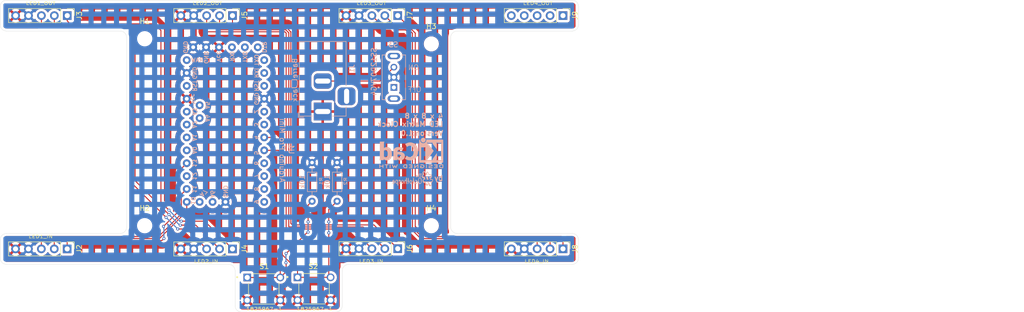
<source format=kicad_pcb>
(kicad_pcb (version 20241229) (generator "pcbnew") (generator_version "9.0")
  (title_block (title "The Octothorpe") (date "2025-11-01") (rev "${design_version}") (company "4x8x8 LED Matrix Dsiplay"))
  (layers (0 "F.Cu" signal) (2 "B.Cu" signal) (13 "F.Paste" user) (15 "B.Paste" user) (5 "F.SilkS" user "F.Silkscreen") (7 "B.SilkS" user "B.Silkscreen") (1 "F.Mask" user) (3 "B.Mask" user) (25 "Edge.Cuts" user))
  (property "design_version" "1.0")
  (net 0 "")
  (net 1 "Net-(J1-Pad2)")
  (net 2 "/Vcc")
  (net 3 "/CS0")
  (net 4 "GND")
  (net 5 "/DIN0")
  (net 6 "/CLK0")
  (net 7 "/CLK1")
  (net 8 "/DIN1")
  (net 9 "/CS1")
  (net 10 "/DIN2")
  (net 11 "/CS2")
  (net 12 "/CLK2")
  (net 13 "/DIN3")
  (net 14 "/CLK3")
  (net 15 "/CS3")
  (net 21 "/TIMER_RESET")
  (net 22 "/MODE_SELECT")
  (footprint "Connector_PinHeader_2.54mm:PinHeader_1x05_P2.54mm_Vertical" (layer "F.Cu") (at 139.295591 78.349974 -90)
    (property "Reference" "J7" (at 0 -2.38 90) (layer "F.SilkS"))
    (property "Value" "LED3_OUT" (at -2.403974 5.183591 0) (layer "F.SilkS") (effects (font (size 0.6 0.8) (thickness 0.1) (bold yes))))
    (pad "1" thru_hole rect (at 0 0 270) (size 1.7 1.7) (drill 1) (layers "*.Cu" "*.Mask") (net 15 "/CS3"))
    (pad "2" thru_hole circle (at 0 2.54 270) (size 1.7 1.7) (drill 1) (layers "*.Cu" "*.Mask") (net 13 "/DIN3"))
    (pad "3" thru_hole circle (at 0 5.08 270) (size 1.7 1.7) (drill 1) (layers "*.Cu" "*.Mask") (net 14 "/CLK3"))
    (pad "4" thru_hole circle (at 0 7.62 270) (size 1.7 1.7) (drill 1) (layers "*.Cu" "*.Mask") (net 4 "GND"))
    (pad "5" thru_hole circle (at 0 10.16 270) (size 1.7 1.7) (drill 1) (layers "*.Cu" "*.Mask") (net 2 "/Vcc"))
  )
  (footprint "Connector_PinHeader_2.54mm:PinHeader_1x05_P2.54mm_Vertical" (layer "F.Cu") (at 171.806332 124.308332 -90)
    (property "Reference" "J8" (at 0 -2.38 90) (layer "F.SilkS"))
    (property "Value" "LED4_IN" (at 2.437668 5.182332 0) (layer "F.SilkS") (effects (font (size 0.6 0.8) (thickness 0.1) (bold yes))))
    (pad "1" thru_hole rect (at 0 0 270) (size 1.7 1.7) (drill 1) (layers "*.Cu" "*.Mask") (net 15 "/CS3"))
    (pad "2" thru_hole circle (at 0 2.54 270) (size 1.7 1.7) (drill 1) (layers "*.Cu" "*.Mask") (net 13 "/DIN3"))
    (pad "3" thru_hole circle (at 0 5.08 270) (size 1.7 1.7) (drill 1) (layers "*.Cu" "*.Mask") (net 14 "/CLK3"))
    (pad "4" thru_hole circle (at 0 7.62 270) (size 1.7 1.7) (drill 1) (layers "*.Cu" "*.Mask") (net 4 "GND"))
    (pad "5" thru_hole circle (at 0 10.16 270) (size 1.7 1.7) (drill 1) (layers "*.Cu" "*.Mask") (net 2 "/Vcc"))
  )
  (footprint "MountingHole:MountingHole_2.5mm" (layer "F.Cu") (at 89.520996 82.910384)
    (property "Reference" "H1" (at 0 -3.45 0) (layer "F.SilkS"))
    (property "Value" "MountingHole")
    (pad "" np_thru_hole circle (at 0 0) (size 2.5 2.5) (drill 2.5) (layers "*.Cu" "*.Mask"))
  )
  (footprint "Connector_PinHeader_2.54mm:PinHeader_1x05_P2.54mm_Vertical" (layer "F.Cu") (at 74.267997 124.320941 -90)
    (property "Reference" "J2" (at 0 -2.38 90) (layer "F.SilkS"))
    (property "Value" "LED1_IN" (at -2.412073 5.213055 0) (layer "F.SilkS") (effects (font (size 0.6 0.8) (thickness 0.1) (bold yes))))
    (pad "1" thru_hole rect (at 0 0 270) (size 1.7 1.7) (drill 1) (layers "*.Cu" "*.Mask") (net 3 "/CS0"))
    (pad "2" thru_hole circle (at 0 2.54 270) (size 1.7 1.7) (drill 1) (layers "*.Cu" "*.Mask") (net 5 "/DIN0"))
    (pad "3" thru_hole circle (at 0 5.08 270) (size 1.7 1.7) (drill 1) (layers "*.Cu" "*.Mask") (net 6 "/CLK0"))
    (pad "4" thru_hole circle (at 0 7.62 270) (size 1.7 1.7) (drill 1) (layers "*.Cu" "*.Mask") (net 4 "GND"))
    (pad "5" thru_hole circle (at 0 10.16 270) (size 1.7 1.7) (drill 1) (layers "*.Cu" "*.Mask") (net 2 "/Vcc"))
  )
  (footprint "Footprints:SW_1825967-1" (layer "F.Cu") (at 112.940876 132.201253)
    (property "Reference" "S1" (at 0.089124 -4.439253 0) (layer "F.SilkS"))
    (property "Value" "1825967-1" (at 0.089124 3.942747 0) (layer "F.SilkS") (effects (font (size 0.6 0.8) (thickness 0.1))))
    (pad "1" thru_hole rect (at -3.25 -2.25) (size 1.508 1.508) (drill 1) (layers "*.Cu" "*.Mask") (net 21 "/TIMER_RESET"))
    (pad "2" thru_hole circle (at 3.25 -2.25) (size 1.508 1.508) (drill 1) (layers "*.Cu" "*.Mask") (net 21 "/TIMER_RESET"))
    (pad "3" thru_hole circle (at -3.25 2.25) (size 1.508 1.508) (drill 1) (layers "*.Cu" "*.Mask") (net 2 "/Vcc"))
    (pad "4" thru_hole circle (at 3.25 2.25) (size 1.508 1.508) (drill 1) (layers "*.Cu" "*.Mask") (net 2 "/Vcc"))
  )
  (footprint "Connector_PinHeader_2.54mm:PinHeader_1x05_P2.54mm_Vertical" (layer "F.Cu") (at 106.785552 124.323973 -90)
    (property "Reference" "J4" (at 0 -2.38 90) (layer "F.SilkS"))
    (property "Value" "LED2_IN" (at 2.422027 5.185552 0) (layer "F.SilkS") (effects (font (size 0.6 0.8) (thickness 0.1) (bold yes))))
    (pad "1" thru_hole rect (at 0 0 270) (size 1.7 1.7) (drill 1) (layers "*.Cu" "*.Mask") (net 9 "/CS1"))
    (pad "2" thru_hole circle (at 0 2.54 270) (size 1.7 1.7) (drill 1) (layers "*.Cu" "*.Mask") (net 8 "/DIN1"))
    (pad "3" thru_hole circle (at 0 5.08 270) (size 1.7 1.7) (drill 1) (layers "*.Cu" "*.Mask") (net 7 "/CLK1"))
    (pad "4" thru_hole circle (at 0 7.62 270) (size 1.7 1.7) (drill 1) (layers "*.Cu" "*.Mask") (net 4 "GND"))
    (pad "5" thru_hole circle (at 0 10.16 270) (size 1.7 1.7) (drill 1) (layers "*.Cu" "*.Mask") (net 2 "/Vcc"))
  )
  (footprint "MountingHole:MountingHole_2.5mm" (layer "F.Cu") (at 145.908341 83.927697)
    (property "Reference" "H3" (at 0 -3.45 0) (layer "F.SilkS"))
    (property "Value" "MountingHole")
    (pad "" np_thru_hole circle (at 0 0) (size 2.5 2.5) (drill 2.5) (layers "*.Cu" "*.Mask"))
  )
  (footprint "Connector_PinHeader_2.54mm:PinHeader_1x05_P2.54mm_Vertical" (layer "F.Cu") (at 106.785552 78.349974 -90)
    (property "Reference" "J5" (at 0 -2.38 90) (layer "F.SilkS"))
    (property "Value" "LED2_OUT" (at -2.403974 4.931552 0) (layer "F.SilkS") (effects (font (size 0.6 0.8) (thickness 0.1) (bold yes))))
    (pad "1" thru_hole rect (at 0 0 270) (size 1.7 1.7) (drill 1) (layers "*.Cu" "*.Mask") (net 11 "/CS2"))
    (pad "2" thru_hole circle (at 0 2.54 270) (size 1.7 1.7) (drill 1) (layers "*.Cu" "*.Mask") (net 10 "/DIN2"))
    (pad "3" thru_hole circle (at 0 5.08 270) (size 1.7 1.7) (drill 1) (layers "*.Cu" "*.Mask") (net 12 "/CLK2"))
    (pad "4" thru_hole circle (at 0 7.62 270) (size 1.7 1.7) (drill 1) (layers "*.Cu" "*.Mask") (net 4 "GND"))
    (pad "5" thru_hole circle (at 0 10.16 270) (size 1.7 1.7) (drill 1) (layers "*.Cu" "*.Mask") (net 2 "/Vcc"))
  )
  (footprint "Footprints:SW_1825967-1" (layer "F.Cu") (at 122.834363 132.17245)
    (property "Reference" "S2" (at -0.152363 -4.41045 0) (layer "F.SilkS"))
    (property "Value" "1825967-1" (at 0.101637 3.97155 0) (layer "F.SilkS") (effects (font (size 0.6 0.8) (thickness 0.1) (bold yes))))
    (pad "1" thru_hole rect (at -3.25 -2.25) (size 1.508 1.508) (drill 1) (layers "*.Cu" "*.Mask") (net 22 "/MODE_SELECT"))
    (pad "2" thru_hole circle (at 3.25 -2.25) (size 1.508 1.508) (drill 1) (layers "*.Cu" "*.Mask") (net 22 "/MODE_SELECT"))
    (pad "3" thru_hole circle (at -3.25 2.25) (size 1.508 1.508) (drill 1) (layers "*.Cu" "*.Mask") (net 2 "/Vcc"))
    (pad "4" thru_hole circle (at 3.25 2.25) (size 1.508 1.508) (drill 1) (layers "*.Cu" "*.Mask") (net 2 "/Vcc"))
  )
  (footprint "Connector_PinHeader_2.54mm:PinHeader_1x05_P2.54mm_Vertical" (layer "F.Cu") (at 171.806332 78.349974 -90)
    (property "Reference" "J9" (at 0 -2.38 90) (layer "F.SilkS"))
    (property "Value" "LED4_OUT" (at -2.403974 4.928332 0) (layer "F.SilkS") (effects (font (size 0.6 0.8) (thickness 0.1) (bold yes))))
    (pad "1" thru_hole rect (at 0 0 270) (size 1.7 1.7) (drill 1) (layers "*.Cu" "*.Mask"))
    (pad "2" thru_hole circle (at 0 2.54 270) (size 1.7 1.7) (drill 1) (layers "*.Cu" "*.Mask"))
    (pad "3" thru_hole circle (at 0 5.08 270) (size 1.7 1.7) (drill 1) (layers "*.Cu" "*.Mask"))
    (pad "4" thru_hole circle (at 0 7.62 270) (size 1.7 1.7) (drill 1) (layers "*.Cu" "*.Mask"))
    (pad "5" thru_hole circle (at 0 10.16 270) (size 1.7 1.7) (drill 1) (layers "*.Cu" "*.Mask"))
  )
  (footprint "MountingHole:MountingHole_2.5mm" (layer "F.Cu") (at 89.513598 119.744468)
    (property "Reference" "H2" (at 0 -3.45 0) (layer "F.SilkS"))
    (property "Value" "MountingHole")
    (pad "" np_thru_hole circle (at 0 0) (size 2.5 2.5) (drill 2.5) (layers "*.Cu" "*.Mask"))
  )
  (footprint "Connector_PinHeader_2.54mm:PinHeader_1x05_P2.54mm_Vertical" (layer "F.Cu") (at 74.281544 78.349974 -90)
    (property "Reference" "J3" (at 0 -2.38 90) (layer "F.SilkS"))
    (property "Value" "LED1_OUT" (at -2.405695 5.208791 0) (layer "F.SilkS") (effects (font (size 0.6 0.8) (thickness 0.1) (bold yes))))
    (pad "1" thru_hole rect (at 0 0 270) (size 1.7 1.7) (drill 1) (layers "*.Cu" "*.Mask") (net 9 "/CS1"))
    (pad "2" thru_hole circle (at 0 2.54 270) (size 1.7 1.7) (drill 1) (layers "*.Cu" "*.Mask") (net 8 "/DIN1"))
    (pad "3" thru_hole circle (at 0 5.08 270) (size 1.7 1.7) (drill 1) (layers "*.Cu" "*.Mask") (net 7 "/CLK1"))
    (pad "4" thru_hole circle (at 0 7.62 270) (size 1.7 1.7) (drill 1) (layers "*.Cu" "*.Mask") (net 4 "GND"))
    (pad "5" thru_hole circle (at 0 10.16 270) (size 1.7 1.7) (drill 1) (layers "*.Cu" "*.Mask") (net 2 "/Vcc"))
  )
  (footprint "Connector_PinHeader_2.54mm:PinHeader_1x05_P2.54mm_Vertical" (layer "F.Cu") (at 139.295591 124.280827 -90)
    (property "Reference" "J6" (at 0 -2.38 90) (layer "F.SilkS"))
    (property "Value" "LED3_IN" (at 2.439649 5.209034 0) (layer "F.SilkS") (effects (font (size 0.6 0.8) (thickness 0.1) (bold yes))))
    (pad "1" thru_hole rect (at 0 0 270) (size 1.7 1.7) (drill 1) (layers "*.Cu" "*.Mask") (net 11 "/CS2"))
    (pad "2" thru_hole circle (at 0 2.54 270) (size 1.7 1.7) (drill 1) (layers "*.Cu" "*.Mask") (net 10 "/DIN2"))
    (pad "3" thru_hole circle (at 0 5.08 270) (size 1.7 1.7) (drill 1) (layers "*.Cu" "*.Mask") (net 12 "/CLK2"))
    (pad "4" thru_hole circle (at 0 7.62 270) (size 1.7 1.7) (drill 1) (layers "*.Cu" "*.Mask") (net 4 "GND"))
    (pad "5" thru_hole circle (at 0 10.16 270) (size 1.7 1.7) (drill 1) (layers "*.Cu" "*.Mask") (net 2 "/Vcc"))
  )
  (footprint "MountingHole:MountingHole_2.5mm" (layer "F.Cu") (at 145.908341 119.744468)
    (property "Reference" "H4" (at 0 -3.45 0) (layer "F.SilkS"))
    (property "Value" "MountingHole")
    (pad "" np_thru_hole circle (at 0 0) (size 2.5 2.5) (drill 2.5) (layers "*.Cu" "*.Mask"))
  )
  (footprint "Footprints:SW_SS12D07VG4" (layer "B.Cu") (at 138.538256 90.509188 90)
    (property "Reference" "S3" (at 6.435188 -0.108256 0) (layer "B.SilkS") (effects (justify mirror)))
    (property "Value" "SS12D07VG4" (at 1.101188 -3.918256 90) (layer "B.SilkS") (effects (justify mirror)))
    (pad "1" thru_hole rect (at -2 0 90) (size 1.308 1.308) (drill 0.8) (layers "*.Cu" "*.Mask"))
    (pad "2" thru_hole circle (at 0 0 90) (size 1.308 1.308) (drill 0.8) (layers "*.Cu" "*.Mask") (net 4 "GND"))
    (pad "3" thru_hole circle (at 2 0 90) (size 1.308 1.308) (drill 0.8) (layers "*.Cu" "*.Mask") (net 1 "Net-(J1-Pad2)"))
    (pad "S1" thru_hole oval (at -4.2 0 90) (size 1.23 2.46) (drill oval 0.7 1.5) (layers "*.Cu" "*.Mask"))
    (pad "S2" thru_hole oval (at 4.2 0 90) (size 1.23 2.46) (drill oval 0.7 1.5) (layers "*.Cu" "*.Mask"))
  )
  (footprint "power_supply_breadboard:my_logo" (layer "B.Cu") (at 142.24 110.49 180)
    (property "Reference" "G***" (hide yes))
    (property "Value" "LOGO" (hide yes))
  )
  (footprint "Resistor_THT:R_Axial_DIN0204_L3.6mm_D1.6mm_P7.62mm_Horizontal" (layer "B.Cu") (at 127.371974 114.925974 90)
    (property "Reference" "R2" (at 3.927975 1.648381 90) (layer "B.SilkS") (effects (font (size 0.6 0.8) (thickness 0.1) (bold yes)) (justify mirror)))
    (property "Value" "10k" (at 3.81 -1.92 90) (layer "B.SilkS") (effects (justify mirror)))
    (pad "1" thru_hole circle (at 0 0 90) (size 1.4 1.4) (drill 0.7) (layers "*.Cu" "*.Mask") (net 22 "/MODE_SELECT"))
    (pad "2" thru_hole circle (at 7.62 0 90) (size 1.4 1.4) (drill 0.7) (layers "*.Cu" "*.Mask") (net 4 "GND"))
  )
  (footprint "Footprints:ArduinoProMiniCustom" (layer "B.Cu") (at 115.57 120.142 90)
    (property "Reference" "U1" (at 15.494 2.794 270) (layer "B.SilkS") (effects (justify mirror)))
    (property "Value" "ArduinoProMiniSimple")
    (fp_text user "A1" (at 17.78 -16.256 270) (layer "B.SilkS") (effects (font (size 0.8 0.8)) (justify mirror)))
    (fp_text user "2" (at 22.86 -4.064 270) (layer "B.SilkS") (effects (font (size 0.8 0.8)) (justify mirror)))
    (fp_text user "Arduino Pro Mini" (at 15.24 1.016 270) (layer "B.SilkS") (effects (justify mirror)))
    (fp_text user "4" (at 17.78 -4.064 270) (layer "B.SilkS") (effects (font (size 0.8 0.8)) (justify mirror)))
    (fp_text user "TXO" (at 33.642286 -6.35 270) (layer "B.SilkS") (effects (font (size 0.8 0.8)) (justify mirror)))
    (fp_text user "RXI" (at 33.775619 -8.89 270) (layer "B.SilkS") (effects (font (size 0.8 0.8)) (justify mirror)))
    (fp_text user "13" (at 12.7 -16.256 270) (layer "B.SilkS") (effects (font (size 0.8 0.8)) (justify mirror)))
    (fp_text user "A2" (at 20.32 -16.256 270) (layer "B.SilkS") (effects (font (size 0.8 0.8)) (justify mirror)))
    (fp_text user "A0" (at 15.24 -16.256 270) (layer "B.SilkS") (effects (font (size 0.8 0.8)) (justify mirror)))
    (fp_text user "10" (at 5.334 -16.51 270) (layer "B.SilkS") (effects (font (size 0.8 0.8)) (justify mirror)))
    (fp_text user "GND" (at 30.48 -16.256 270) (layer "B.SilkS") (effects (font (size 0.8 0.8)) (justify mirror)))
    (fp_text user "A4" (at 21.59 -13.716 270) (layer "B.SilkS") (effects (font (size 0.8 0.8)) (justify mirror)))
    (fp_text user "DTR" (at 35.56 -2.54 270) (layer "B.SilkS") (effects (font (size 0.8 0.8)) (justify mirror)))
    (fp_text user "A6" (at 6.636589 -12.7 270) (layer "B.SilkS") (effects (font (size 0.8 0.8)) (justify mirror)))
    (fp_text user "7" (at 10.16 -4.064 270) (layer "B.SilkS") (effects (font (size 0.8 0.8)) (justify mirror)))
    (fp_text user "6" (at 12.7 -4.064 270) (layer "B.SilkS") (effects (font (size 0.8 0.8)) (justify mirror)))
    (fp_text user "GND" (at 33.528 -13.97 270) (layer "B.SilkS") (effects (font (size 0.8 0.8)) (justify mirror)))
    (fp_text user "Vcc" (at 25.4 -16.51 270) (layer "B.SilkS") (effects (font (size 0.8 0.8)) (justify mirror)))
    (fp_text user "3" (at 20.32 -4.064 270) (layer "B.SilkS") (effects (font (size 0.8 0.8)) (justify mirror)))
    (fp_text user "11" (at 7.62 -16.256 270) (layer "B.SilkS") (effects (font (size 0.8 0.8)) (justify mirror)))
    (fp_text user "RST" (at 27.94 -16.256 270) (layer "B.SilkS") (effects (font (size 0.8 0.8)) (justify mirror)))
    (fp_text user "GND" (at 25.4 -4.064 270) (layer "B.SilkS") (effects (font (size 0.8 0.8)) (justify mirror)))
    (fp_text user "GND" (at 35.56 -18.034 270) (layer "B.SilkS") (effects (font (size 0.8 0.8)) (justify mirror)))
    (fp_text user "TXO" (at 33.02 -4.064 270) (layer "B.SilkS") (effects (font (size 0.8 0.8)) (justify mirror)))
    (fp_text user "12" (at 10.16 -16.256 270) (layer "B.SilkS") (effects (font (size 0.8 0.8)) (justify mirror)))
    (fp_text user "GND" (at 7.131827 -10.16 270) (layer "B.SilkS") (effects (font (size 0.8 0.8)) (justify mirror)))
    (fp_text user "A5" (at 24.13 -13.716 270) (layer "B.SilkS") (effects (font (size 0.8 0.8)) (justify mirror)))
    (fp_text user "A7" (at 6.858 -14.478 225) (layer "B.SilkS") (effects (font (size 0.8 0.8)) (justify mirror)))
    (fp_text user "9" (at 5.08 -4.064 270) (layer "B.SilkS") (effects (font (size 0.8 0.8)) (justify mirror)))
    (fp_text user "RST" (at 27.94 -4.064 270) (layer "B.SilkS") (effects (font (size 0.8 0.8)) (justify mirror)))
    (fp_text user "Vcc" (at 33.718476 -11.43 270) (layer "B.SilkS") (effects (font (size 0.8 0.8)) (justify mirror)))
    (fp_text user "A3" (at 22.86 -16.256 270) (layer "B.SilkS") (effects (font (size 0.8 0.8)) (justify mirror)))
    (fp_text user "5" (at 14.732 -4.064 270) (layer "B.SilkS") (effects (font (size 0.8 0.8)) (justify mirror)))
    (fp_text user "RXI" (at 30.48 -4.064 270) (layer "B.SilkS") (effects (font (size 0.8 0.8)) (justify mirror)))
    (fp_text user "8" (at 7.62 -4.064 270) (layer "B.SilkS") (effects (font (size 0.8 0.8)) (justify mirror)))
    (fp_text user "RAW" (at 33.02 -15.748 0) (layer "B.SilkS") (effects (font (size 0.8 0.8)) (justify mirror)))
    (pad "0" thru_hole circle (at 33.02 -2.54 90) (size 1.524 1.524) (drill 0.762) (layers "*.Cu" "*.Mask"))
    (pad "1" thru_hole circle (at 30.48 -2.54 90) (size 1.524 1.524) (drill 0.762) (layers "*.Cu" "*.Mask"))
    (pad "2" thru_hole circle (at 27.94 -2.54 90) (size 1.524 1.524) (drill 0.762) (layers "*.Cu" "*.Mask"))
    (pad "3" thru_hole circle (at 25.4 -2.54 90) (size 1.524 1.524) (drill 0.762) (layers "*.Cu" "*.Mask") (net 4 "GND"))
    (pad "4" thru_hole circle (at 22.86 -2.54 90) (size 1.524 1.524) (drill 0.762) (layers "*.Cu" "*.Mask"))
    (pad "5" thru_hole circle (at 20.32 -2.54 90) (size 1.524 1.524) (drill 0.762) (layers "*.Cu" "*.Mask"))
    (pad "6" thru_hole circle (at 17.78 -2.54 90) (size 1.524 1.524) (drill 0.762) (layers "*.Cu" "*.Mask") (net 22 "/MODE_SELECT"))
    (pad "7" thru_hole circle (at 15.24 -2.54 90) (size 1.524 1.524) (drill 0.762) (layers "*.Cu" "*.Mask") (net 21 "/TIMER_RESET"))
    (pad "8" thru_hole circle (at 12.7 -2.54 90) (size 1.524 1.524) (drill 0.762) (layers "*.Cu" "*.Mask"))
    (pad "9" thru_hole circle (at 10.16 -2.54 90) (size 1.524 1.524) (drill 0.762) (layers "*.Cu" "*.Mask"))
    (pad "10" thru_hole circle (at 7.62 -2.54 90) (size 1.524 1.524) (drill 0.762) (layers "*.Cu" "*.Mask"))
    (pad "11" thru_hole circle (at 5.08 -2.54 90) (size 1.524 1.524) (drill 0.762) (layers "*.Cu" "*.Mask"))
    (pad "12" thru_hole circle (at 5.08 -10.16 90) (size 1.524 1.524) (drill 0.762) (layers "*.Cu" "*.Mask") (net 4 "GND"))
    (pad "13" thru_hole circle (at 5.08 -12.7 90) (size 1.524 1.524) (drill 0.762) (layers "*.Cu" "*.Mask"))
    (pad "14" thru_hole circle (at 5.08 -15.24 90) (size 1.524 1.524) (drill 0.762) (layers "*.Cu" "*.Mask"))
    (pad "15" thru_hole circle (at 5.08 -17.78 90) (size 1.524 1.524) (drill 0.762) (layers "*.Cu" "*.Mask") (net 5 "/DIN0"))
    (pad "16" thru_hole circle (at 7.62 -17.78 90) (size 1.524 1.524) (drill 0.762) (layers "*.Cu" "*.Mask") (net 6 "/CLK0"))
    (pad "17" thru_hole circle (at 10.16 -17.78 90) (size 1.524 1.524) (drill 0.762) (layers "*.Cu" "*.Mask"))
    (pad "18" thru_hole circle (at 12.7 -17.78 90) (size 1.524 1.524) (drill 0.762) (layers "*.Cu" "*.Mask") (net 3 "/CS0"))
    (pad "19" thru_hole circle (at 15.24 -17.78 90) (size 1.524 1.524) (drill 0.762) (layers "*.Cu" "*.Mask"))
    (pad "20" thru_hole circle (at 17.78 -17.78 90) (size 1.524 1.524) (drill 0.762) (layers "*.Cu" "*.Mask"))
    (pad "21" thru_hole circle (at 20.32 -17.78 90) (size 1.524 1.524) (drill 0.762) (layers "*.Cu" "*.Mask"))
    (pad "22" thru_hole circle (at 22.86 -17.78 90) (size 1.524 1.524) (drill 0.762) (layers "*.Cu" "*.Mask"))
    (pad "23" thru_hole circle (at 25.4 -17.78 90) (size 1.524 1.524) (drill 0.762) (layers "*.Cu" "*.Mask") (net 2 "/Vcc"))
    (pad "24" thru_hole circle (at 27.94 -17.78 90) (size 1.524 1.524) (drill 0.762) (layers "*.Cu" "*.Mask"))
    (pad "25" thru_hole circle (at 30.48 -17.78 90) (size 1.524 1.524) (drill 0.762) (layers "*.Cu" "*.Mask") (net 4 "GND"))
    (pad "26" thru_hole circle (at 33.02 -17.78 90) (size 1.524 1.524) (drill 0.762) (layers "*.Cu" "*.Mask"))
    (pad "27" thru_hole circle (at 35.56 -16.51 90) (size 1.524 1.524) (drill 0.762) (layers "*.Cu" "*.Mask") (net 4 "GND"))
    (pad "28" thru_hole circle (at 35.56 -13.97 90) (size 1.524 1.524) (drill 0.762) (layers "*.Cu" "*.Mask") (net 4 "GND"))
    (pad "29" thru_hole circle (at 35.56 -11.43 90) (size 1.524 1.524) (drill 0.762) (layers "*.Cu" "*.Mask") (net 2 "/Vcc"))
    (pad "30" thru_hole circle (at 35.56 -8.89 90) (size 1.524 1.524) (drill 0.762) (layers "*.Cu" "*.Mask"))
    (pad "31" thru_hole circle (at 35.56 -6.35 90) (size 1.524 1.524) (drill 0.762) (layers "*.Cu" "*.Mask"))
    (pad "32" thru_hole circle (at 35.56 -3.81 90) (size 1.524 1.524) (drill 0.762) (layers "*.Cu" "*.Mask"))
    (pad "33" thru_hole circle (at 21.59 -15.24 90) (size 1.524 1.524) (drill 0.762) (layers "*.Cu" "*.Mask"))
    (pad "34" thru_hole circle (at 24.13 -15.24 90) (size 1.524 1.524) (drill 0.762) (layers "*.Cu" "*.Mask"))
  )
  (footprint "Connector_BarrelJack:BarrelJack_Horizontal" (layer "B.Cu") (at 124.539318 97.251556 -90)
    (property "Reference" "J1" (at -8.45 -5.75 90) (layer "B.SilkS") (effects (justify mirror)))
    (property "Value" "Barrel_Jack" (at -6.2 5.5 90) (layer "B.SilkS") (effects (justify mirror)))
    (pad "1" thru_hole rect (at 0 0 270) (size 3.5 3.5) (drill oval 1 3) (layers "*.Cu" "*.Mask") (net 2 "/Vcc"))
    (pad "2" thru_hole roundrect (at -6 0 270) (size 3 3.5) (drill oval 1 3) (layers "*.Cu" "*.Mask") (net 1 "Net-(J1-Pad2)"))
    (pad "3" thru_hole roundrect (at -3 -4.7 270) (size 3.5 3.5) (drill oval 3 1) (layers "*.Cu" "*.Mask"))
  )
  (footprint "Symbol:KiCad-Logo2_5mm_SilkScreen" (layer "B.Cu") (at 141.967166 105.396618 180)
    (property "Reference" "REF**" (hide yes))
    (property "Value" "KiCad-Logo2_5mm_SilkScreen" (hide yes))
  )
  (footprint "Resistor_THT:R_Axial_DIN0204_L3.6mm_D1.6mm_P7.62mm_Horizontal" (layer "B.Cu") (at 122.443974 114.925974 90)
    (property "Reference" "R1" (at 3.931741 1.758259 90) (layer "B.SilkS") (effects (font (size 0.6 0.8) (thickness 0.1) (bold yes)) (justify mirror)))
    (property "Value" "10k" (at 3.81 -1.92 90) (layer "B.SilkS") (effects (justify mirror)))
    (pad "1" thru_hole circle (at 0 0 90) (size 1.4 1.4) (drill 0.7) (layers "*.Cu" "*.Mask") (net 21 "/TIMER_RESET"))
    (pad "2" thru_hole circle (at 7.62 0 90) (size 1.4 1.4) (drill 0.7) (layers "*.Cu" "*.Mask") (net 4 "GND"))
  )
  (gr_arc (start 108.575974 136.769974) (mid 107.677948 136.398) (end 107.305974 135.499974) (stroke (width 0.05)) (layer "Edge.Cuts"))
  (gr_arc (start 149.723974 82.667974) (mid 150.095948 81.769948) (end 150.993974 81.397974) (stroke (width 0.05)) (layer "Edge.Cuts"))
  (gr_arc (start 173.599974 121.275974) (mid 174.498 121.647948) (end 174.869974 122.545974) (stroke (width 0.05)) (layer "Edge.Cuts"))
  (gr_arc (start 61.077974 122.545974) (mid 61.449948 121.647948) (end 62.347974 121.275974) (stroke (width 0.05)) (layer "Edge.Cuts"))
  (gr_line (start 62.347974 81.397974) (end 84.699974 81.397974) (stroke (width 0.05)) (layer "Edge.Cuts"))
  (gr_line (start 62.347974 127.371974) (end 106.035974 127.371974) (stroke (width 0.05)) (layer "Edge.Cuts"))
  (gr_arc (start 128.387974 135.499974) (mid 128.016 136.398) (end 127.117974 136.769974) (stroke (width 0.05)) (layer "Edge.Cuts"))
  (gr_line (start 107.305974 128.641974) (end 107.305974 135.499974) (stroke (width 0.05)) (layer "Edge.Cuts"))
  (gr_line (start 61.077974 122.545974) (end 61.077974 126.101974) (stroke (width 0.05)) (layer "Edge.Cuts"))
  (gr_line (start 128.387974 135.499974) (end 128.387974 128.641974) (stroke (width 0.05)) (layer "Edge.Cuts"))
  (gr_line (start 61.077974 76.571974) (end 61.077974 80.127974) (stroke (width 0.05)) (layer "Edge.Cuts"))
  (gr_arc (start 128.387974 128.641974) (mid 128.759948 127.743948) (end 129.657974 127.371974) (stroke (width 0.05)) (layer "Edge.Cuts"))
  (gr_arc (start 84.699974 81.397974) (mid 85.598 81.769948) (end 85.969974 82.667974) (stroke (width 0.05)) (layer "Edge.Cuts"))
  (gr_arc (start 62.347974 81.397974) (mid 61.449948 81.026) (end 61.077974 80.127974) (stroke (width 0.05)) (layer "Edge.Cuts"))
  (gr_line (start 129.657974 127.371974) (end 173.599974 127.371974) (stroke (width 0.05)) (layer "Edge.Cuts"))
  (gr_arc (start 62.347974 127.371974) (mid 61.449948 127) (end 61.077974 126.101974) (stroke (width 0.05)) (layer "Edge.Cuts"))
  (gr_arc (start 173.599974 75.301974) (mid 174.498 75.673948) (end 174.869974 76.571974) (stroke (width 0.05)) (layer "Edge.Cuts"))
  (gr_line (start 174.869974 126.101974) (end 174.869974 122.545974) (stroke (width 0.05)) (layer "Edge.Cuts"))
  (gr_line (start 173.599974 75.301974) (end 62.347974 75.301974) (stroke (width 0.05)) (layer "Edge.Cuts"))
  (gr_arc (start 174.869974 126.101974) (mid 174.498 127) (end 173.599974 127.371974) (stroke (width 0.05)) (layer "Edge.Cuts"))
  (gr_line (start 108.575974 136.769974) (end 127.117974 136.769974) (stroke (width 0.05)) (layer "Edge.Cuts"))
  (gr_line (start 85.969974 82.667974) (end 85.969974 120.005974) (stroke (width 0.05)) (layer "Edge.Cuts"))
  (gr_line (start 174.869974 80.127974) (end 174.869974 76.571974) (stroke (width 0.05)) (layer "Edge.Cuts"))
  (gr_line (start 150.993974 81.397974) (end 173.599974 81.397974) (stroke (width 0.05)) (layer "Edge.Cuts"))
  (gr_arc (start 106.035974 127.371974) (mid 106.934 127.743948) (end 107.305974 128.641974) (stroke (width 0.05)) (layer "Edge.Cuts"))
  (gr_line (start 149.723974 120.005974) (end 149.723974 82.667974) (stroke (width 0.05)) (layer "Edge.Cuts"))
  (gr_arc (start 61.077974 76.571974) (mid 61.449948 75.673948) (end 62.347974 75.301974) (stroke (width 0.05)) (layer "Edge.Cuts"))
  (gr_line (start 173.599974 121.275974) (end 150.993974 121.275974) (stroke (width 0.05)) (layer "Edge.Cuts"))
  (gr_line (start 84.699974 121.275974) (end 62.347974 121.275974) (stroke (width 0.05)) (layer "Edge.Cuts"))
  (gr_arc (start 150.993974 121.275974) (mid 150.095948 120.904) (end 149.723974 120.005974) (stroke (width 0.05)) (layer "Edge.Cuts"))
  (gr_arc (start 174.869974 80.127974) (mid 174.498 81.026) (end 173.599974 81.397974) (stroke (width 0.05)) (layer "Edge.Cuts"))
  (gr_arc (start 85.969974 120.005974) (mid 85.598 120.904) (end 84.699974 121.275974) (stroke (width 0.05)) (layer "Edge.Cuts"))
  (gr_text "by" (at 148.319273 110.981562 0) (layer "B.SilkS") (effects (font (size 1 1) (thickness 0.2) (bold yes)) (justify left bottom mirror)))
  (gr_text "ON" (at 143.51 89.154 0) (layer "B.SilkS") (effects (font (size 1 1) (thickness 0.1)) (justify left bottom mirror)))
  (gr_text "Version:${design_version}" (at 148.336 102.108 0) (layer "B.SilkS") (effects (font (size 1 1) (thickness 0.2) (bold yes)) (justify left bottom mirror)))
  (gr_text "4 x 8 x 8 \nLED Matrix Clock" (at 148.336 100.33 0) (layer "B.SilkS") (effects (font (size 1 1) (thickness 0.2) (bold yes)) (justify left bottom mirror)))
  (gr_text "OFF" (at 144.018 93.472 0) (layer "B.SilkS") (effects (font (size 1 1) (thickness 0.1)) (justify left bottom mirror)))
  (segment (start 135.795888 91.251556) (end 138.538256 88.509188) (width 0.2) (layer "F.Cu") (net 1))
  (segment (start 124.539318 91.251556) (end 135.795888 91.251556) (width 0.2) (layer "F.Cu") (net 1))
  (segment (start 93.218 119.888) (end 96.266 116.84) (width 0.2) (layer "F.Cu") (net 3))
  (segment (start 96.266 116.84) (end 96.266 108.966) (width 0.2) (layer "F.Cu") (net 3))
  (segment (start 74.267997 122.832977) (end 74.422 122.678974) (width 0.2) (layer "F.Cu") (net 3))
  (segment (start 96.266 108.966) (end 97.79 107.442) (width 0.2) (layer "F.Cu") (net 3))
  (segment (start 74.267997 124.320941) (end 74.267997 122.832977) (width 0.2) (layer "F.Cu") (net 3))
  (segment (start 92.87876 122.678974) (end 93.300867 122.256867) (width 0.2) (layer "F.Cu") (net 3))
  (segment (start 74.422 122.678974) (end 92.87876 122.678974) (width 0.2) (layer "F.Cu") (net 3))
  (via (at 93.218 119.888) (size 0.6) (drill 0.3) (layers "F.Cu" "B.Cu") (net 3))
  (via (at 93.300867 122.256867) (size 0.6) (drill 0.3) (layers "F.Cu" "B.Cu") (net 3))
  (segment (start 93.300867 119.970867) (end 93.218 119.888) (width 0.2) (layer "B.Cu") (net 3))
  (segment (start 93.300867 122.256867) (end 93.300867 119.970867) (width 0.2) (layer "B.Cu") (net 3))
  (segment (start 71.882 122.277974) (end 92.43123 122.277974) (width 0.2) (layer "F.Cu") (net 5))
  (segment (start 71.727997 122.431977) (end 71.882 122.277974) (width 0.2) (layer "F.Cu") (net 5))
  (segment (start 97.79 116.919204) (end 97.79 115.062) (width 0.2) (layer "F.Cu") (net 5))
  (segment (start 92.43123 122.277974) (end 97.79 116.919204) (width 0.2) (layer "F.Cu") (net 5))
  (segment (start 71.727997 124.320941) (end 71.727997 122.431977) (width 0.2) (layer "F.Cu") (net 5))
  (segment (start 92.26513 121.876974) (end 96.727 117.415104) (width 0.2) (layer "F.Cu") (net 6))
  (segment (start 96.727 113.585) (end 97.79 112.522) (width 0.2) (layer "F.Cu") (net 6))
  (segment (start 69.342 121.876974) (end 92.26513 121.876974) (width 0.2) (layer "F.Cu") (net 6))
  (segment (start 69.187997 122.030977) (end 69.342 121.876974) (width 0.2) (layer "F.Cu") (net 6))
  (segment (start 69.187997 124.320941) (end 69.187997 122.030977) (width 0.2) (layer "F.Cu") (net 6))
  (segment (start 96.727 117.415104) (end 96.727 113.585) (width 0.2) (layer "F.Cu") (net 6))
  (segment (start 87.884 112.268) (end 93.726 118.11) (width 0.2) (layer "F.Cu") (net 7))
  (segment (start 69.201544 80.631544) (end 69.342 80.772) (width 0.2) (layer "F.Cu") (net 7))
  (segment (start 96.012 120.396) (end 97.777579 120.396) (width 0.2) (layer "F.Cu") (net 7))
  (segment (start 87.122 81.026) (end 87.122 111.506) (width 0.2) (layer "F.Cu") (net 7))
  (segment (start 86.36 80.772) (end 86.868 80.772) (width 0.2) (layer "F.Cu") (net 7))
  (segment (start 97.777579 120.396) (end 101.705552 124.323973) (width 0.2) (layer "F.Cu") (net 7))
  (segment (start 86.868 80.772) (end 87.122 81.026) (width 0.2) (layer "F.Cu") (net 7))
  (segment (start 69.342 80.772) (end 86.36 80.772) (width 0.2) (layer "F.Cu") (net 7))
  (segment (start 69.201544 78.349974) (end 69.201544 80.631544) (width 0.2) (layer "F.Cu") (net 7))
  (segment (start 87.122 111.506) (end 87.884 112.268) (width 0.2) (layer "F.Cu") (net 7))
  (via (at 96.012 120.396) (size 0.6) (drill 0.3) (layers "F.Cu" "B.Cu") (net 7))
  (via (at 93.726 118.11) (size 0.6) (drill 0.3) (layers "F.Cu" "B.Cu") (net 7))
  (segment (start 96.266 120.396) (end 96.012 120.396) (width 0.2) (layer "B.Cu") (net 7))
  (segment (start 93.726 118.11) (end 96.012 120.396) (width 0.2) (layer "B.Cu") (net 7))
  (segment (start 87.229 80.371) (end 87.63 80.772) (width 0.2) (layer "F.Cu") (net 8))
  (segment (start 71.741544 78.349974) (end 71.741544 80.230544) (width 0.2) (layer "F.Cu") (net 8))
  (segment (start 96.52 119.634) (end 99.555579 119.634) (width 0.2) (layer "F.Cu") (net 8))
  (segment (start 71.741544 80.230544) (end 71.882 80.371) (width 0.2) (layer "F.Cu") (net 8))
  (segment (start 87.63 80.772) (end 87.63 81.534) (width 0.2) (layer "F.Cu") (net 8))
  (segment (start 87.63 110.882626) (end 94.291687 117.544313) (width 0.2) (layer "F.Cu") (net 8))
  (segment (start 71.882 80.371) (end 87.229 80.371) (width 0.2) (layer "F.Cu") (net 8))
  (segment (start 87.63 81.534) (end 87.63 110.882626) (width 0.2) (layer "F.Cu") (net 8))
  (segment (start 99.555579 119.634) (end 104.245552 124.323973) (width 0.2) (layer "F.Cu") (net 8))
  (via (at 96.52 119.634) (size 0.6) (drill 0.3) (layers "F.Cu" "B.Cu") (net 8))
  (via (at 94.291687 117.544313) (size 0.6) (drill 0.3) (layers "F.Cu" "B.Cu") (net 8))
  (segment (start 94.291687 117.544313) (end 96.381374 119.634) (width 0.2) (layer "B.Cu") (net 8))
  (segment (start 96.381374 119.634) (end 96.52 119.634) (width 0.2) (layer "B.Cu") (net 8))
  (segment (start 74.85157 79.97) (end 75.946 79.97) (width 0.2) (layer "F.Cu") (net 9))
  (segment (start 74.281544 78.349974) (end 74.281544 79.399974) (width 0.2) (layer "F.Cu") (net 9))
  (segment (start 74.281544 79.399974) (end 74.85157 79.97) (width 0.2) (layer "F.Cu") (net 9))
  (segment (start 92.71 81.28) (end 92.71 115.114096) (width 0.2) (layer "F.Cu") (net 9))
  (segment (start 96.702614 118.85512) (end 101.316699 118.85512) (width 0.2) (layer "F.Cu") (net 9))
  (segment (start 101.316699 118.85512) (end 106.785552 124.323973) (width 0.2) (layer "F.Cu") (net 9))
  (segment (start 92.71 115.114096) (end 94.294059 116.698155) (width 0.2) (layer "F.Cu") (net 9))
  (segment (start 91.4 79.97) (end 92.71 81.28) (width 0.2) (layer "F.Cu") (net 9))
  (segment (start 75.946 79.97) (end 91.4 79.97) (width 0.2) (layer "F.Cu") (net 9))
  (via (at 96.702614 118.85512) (size 0.6) (drill 0.3) (layers "F.Cu" "B.Cu") (net 9))
  (via (at 94.294059 116.698155) (size 0.6) (drill 0.3) (layers "F.Cu" "B.Cu") (net 9))
  (segment (start 94.294059 116.698155) (end 96.451024 118.85512) (width 0.2) (layer "B.Cu") (net 9))
  (segment (start 96.451024 118.85512) (end 96.702614 118.85512) (width 0.2) (layer "B.Cu") (net 9))
  (segment (start 117.856 119.888) (end 117.963 119.995) (width 0.2) (layer "F.Cu") (net 10))
  (segment (start 104.394 81.133) (end 117.2601 81.133) (width 0.2) (layer "F.Cu") (net 10))
  (segment (start 104.245552 80.984552) (end 104.394 81.133) (width 0.2) (layer "F.Cu") (net 10))
  (segment (start 117.963 119.995) (end 132.469764 119.995) (width 0.2) (layer "F.Cu") (net 10))
  (segment (start 117.2601 81.133) (end 117.856 81.7289) (width 0.2) (layer "F.Cu") (net 10))
  (segment (start 132.469764 119.995) (end 136.755591 124.280827) (width 0.2) (layer "F.Cu") (net 10))
  (segment (start 117.856 81.7289) (end 117.856 119.888) (width 0.2) (layer "F.Cu") (net 10))
  (segment (start 104.245552 78.349974) (end 104.245552 80.984552) (width 0.2) (layer "F.Cu") (net 10))
  (segment (start 107.188 80.732) (end 117.4262 80.732) (width 0.2) (layer "F.Cu") (net 11))
  (segment (start 118.578 119.594) (end 134.608764 119.594) (width 0.2) (layer "F.Cu") (net 11))
  (segment (start 106.785552 80.329552) (end 107.188 80.732) (width 0.2) (layer "F.Cu") (net 11))
  (segment (start 117.4262 80.732) (end 118.257 81.5628) (width 0.2) (layer "F.Cu") (net 11))
  (segment (start 118.257 119.273) (end 118.578 119.594) (width 0.2) (layer "F.Cu") (net 11))
  (segment (start 134.608764 119.594) (end 139.295591 124.280827) (width 0.2) (layer "F.Cu") (net 11))
  (segment (start 106.785552 78.349974) (end 106.785552 80.329552) (width 0.2) (layer "F.Cu") (net 11))
  (segment (start 118.257 81.5628) (end 118.257 119.273) (width 0.2) (layer "F.Cu") (net 11))
  (segment (start 101.705552 81.385552) (end 101.854 81.534) (width 0.2) (layer "F.Cu") (net 12))
  (segment (start 117.602 120.396) (end 130.330764 120.396) (width 0.2) (layer "F.Cu") (net 12))
  (segment (start 130.330764 120.396) (end 134.215591 124.280827) (width 0.2) (layer "F.Cu") (net 12))
  (segment (start 101.705552 78.349974) (end 101.705552 81.385552) (width 0.2) (layer "F.Cu") (net 12))
  (segment (start 101.854 81.534) (end 117.094 81.534) (width 0.2) (layer "F.Cu") (net 12))
  (segment (start 117.094 81.534) (end 117.348 81.788) (width 0.2) (layer "F.Cu") (net 12))
  (segment (start 117.348 81.788) (end 117.348 120.142) (width 0.2) (layer "F.Cu") (net 12))
  (segment (start 117.348 120.142) (end 117.602 120.396) (width 0.2) (layer "F.Cu") (net 12))
  (segment (start 169.266332 122.784332) (end 169.266332 124.308332) (width 0.2) (layer "F.Cu") (net 13))
  (segment (start 144.375974 122.277974) (end 168.759974 122.277974) (width 0.2) (layer "F.Cu") (net 13))
  (segment (start 168.759974 122.277974) (end 169.266332 122.784332) (width 0.2) (layer "F.Cu") (net 13))
  (segment (start 142.203259 120.105259) (end 144.375974 122.277974) (width 0.2) (layer "F.Cu") (net 13))
  (segment (start 141.150517 80.772) (end 142.203259 81.824742) (width 0.2) (layer "F.Cu") (net 13))
  (segment (start 142.203259 81.824742) (end 142.203259 120.105259) (width 0.2) (layer "F.Cu") (net 13))
  (segment (start 139.177617 80.772) (end 141.150517 80.772) (width 0.2) (layer "F.Cu") (net 13))
  (segment (start 136.755591 78.349974) (end 139.177617 80.772) (width 0.2) (layer "F.Cu") (net 13))
  (segment (start 141.732 120.2011) (end 141.732 82.042) (width 0.2) (layer "F.Cu") (net 14))
  (segment (start 138.176 80.518) (end 136.383617 80.518) (width 0.2) (layer "F.Cu") (net 14))
  (segment (start 138.831 81.173) (end 138.176 80.518) (width 0.2) (layer "F.Cu") (net 14))
  (segment (start 141.732 82.042) (end 140.863 81.173) (width 0.2) (layer "F.Cu") (net 14))
  (segment (start 144.209874 122.678974) (end 141.732 120.2011) (width 0.2) (layer "F.Cu") (net 14))
  (segment (start 166.726332 124.308332) (end 166.726332 122.781306) (width 0.2) (layer "F.Cu") (net 14))
  (segment (start 140.863 81.173) (end 138.831 81.173) (width 0.2) (layer "F.Cu") (net 14))
  (segment (start 166.726332 122.781306) (end 166.624 122.678974) (width 0.2) (layer "F.Cu") (net 14))
  (segment (start 166.624 122.678974) (end 144.209874 122.678974) (width 0.2) (layer "F.Cu") (net 14))
  (segment (start 136.383617 80.518) (end 134.215591 78.349974) (width 0.2) (layer "F.Cu") (net 14))
  (segment (start 171.45 121.876974) (end 144.736974 121.876974) (width 0.2) (layer "F.Cu") (net 15))
  (segment (start 142.748 119.888) (end 142.748 81.802383) (width 0.2) (layer "F.Cu") (net 15))
  (segment (start 144.736974 121.876974) (end 142.748 119.888) (width 0.2) (layer "F.Cu") (net 15))
  (segment (start 142.748 81.802383) (end 139.295591 78.349974) (width 0.2) (layer "F.Cu") (net 15))
  (segment (start 171.806332 124.308332) (end 171.806332 122.233306) (width 0.2) (layer "F.Cu") (net 15))
  (segment (start 171.806332 122.233306) (end 171.45 121.876974) (width 0.2) (layer "F.Cu") (net 15))
  (segment (start 121.666 115.703948) (end 122.443974 114.925974) (width 0.2) (layer "F.Cu") (net 21))
  (segment (start 109.690876 129.951253) (end 116.190876 129.951253) (width 0.2) (layer "F.Cu") (net 21))
  (segment (start 117.348 128.016) (end 117.348 127.08653) (width 0.2) (layer "F.Cu") (net 21))
  (segment (start 116.190876 129.951253) (end 117.348 128.794129) (width 0.2) (layer "F.Cu") (net 21))
  (segment (start 117.348 127.08653) (end 117.304735 127.043265) (width 0.2) (layer "F.Cu") (net 21))
  (segment (start 121.574 120.996) (end 121.666 120.996) (width 0.2) (layer "F.Cu") (net 21))
  (segment (start 117.348 128.794129) (end 117.348 128.016) (width 0.2) (layer "F.Cu") (net 21))
  (segment (start 113.03 104.902) (end 115.824 104.902) (width 0.2) (layer "F.Cu") (net 21))
  (segment (start 115.824 104.902) (end 116.190876 105.268876) (width 0.2) (layer "F.Cu") (net 21))
  (segment (start 116.190876 105.268876) (end 116.190876 129.951253) (width 0.2) (layer "F.Cu") (net 21))
  (segment (start 121.666 118.994) (end 121.666 115.703948) (width 0.2) (layer "F.Cu") (net 21))
  (segment (start 117.348 125.222) (end 121.574 120.996) (width 0.2) (layer "F.Cu") (net 21))
  (via (at 117.348 125.222) (size 0.6) (drill 0.3) (layers "F.Cu" "B.Cu") (net 21))
  (via (at 117.304735 127.043265) (size 0.6) (drill 0.3) (layers "F.Cu" "B.Cu") (net 21))
  (via (at 121.666 118.994) (size 0.6) (drill 0.3) (layers "F.Cu" "B.Cu") (net 21))
  (via (at 121.666 120.996) (size 0.6) (drill 0.3) (layers "F.Cu" "B.Cu") (net 21))
  (segment (start 117.304735 127.043265) (end 117.304735 125.265265) (width 0.2) (layer "B.Cu") (net 21))
  (segment (start 121.666 120.996) (end 121.666 118.994) (width 0.2) (layer "B.Cu") (net 21))
  (segment (start 117.304735 125.265265) (end 117.348 125.222) (width 0.2) (layer "B.Cu") (net 21))
  (segment (start 125.73 129.568087) (end 126.084363 129.92245) (width 0.2) (layer "F.Cu") (net 22))
  (segment (start 125.73 116.586) (end 125.73 118.994) (width 0.2) (layer "F.Cu") (net 22))
  (segment (start 116.591876 125.481876) (end 116.591876 103.891876) (width 0.2) (layer "F.Cu") (net 22))
  (segment (start 127.371974 114.925974) (end 125.73 116.567948) (width 0.2) (layer "F.Cu") (net 22))
  (segment (start 125.73 116.567948) (end 125.73 116.586) (width 0.2) (layer "F.Cu") (net 22))
  (segment (start 119.584363 128.474363) (end 116.591876 125.481876) (width 0.2) (layer "F.Cu") (net 22))
  (segment (start 116.591876 103.891876) (end 115.062 102.362) (width 0.2) (layer "F.Cu") (net 22))
  (segment (start 119.584363 129.92245) (end 119.584363 128.474363) (width 0.2) (layer "F.Cu") (net 22))
  (segment (start 115.062 102.362) (end 113.03 102.362) (width 0.2) (layer "F.Cu") (net 22))
  (segment (start 119.584363 129.92245) (end 126.084363 129.92245) (width 0.2) (layer "F.Cu") (net 22))
  (segment (start 125.73 121.158) (end 125.73 129.568087) (width 0.2) (layer "F.Cu") (net 22))
  (via (at 125.73 121.158) (size 0.6) (drill 0.3) (layers "F.Cu" "B.Cu") (net 22))
  (via (at 125.73 118.994) (size 0.6) (drill 0.3) (layers "F.Cu" "B.Cu") (net 22))
  (segment (start 125.73 118.994) (end 125.73 121.158) (width 0.2) (layer "B.Cu") (net 22))
  (zone (net 2) (net_name "/Vcc") (layer "F.Cu") (connect_pads (clearance 0.5)) (min_thickness 0.25) (fill yes (mode hatch) (thermal_gap 0.5) (thermal_bridge_width 0.5) (hatch_thickness 1) (hatch_gap 1.5) (hatch_orientation 0) (hatch_border_algorithm hatch_thickness) (hatch_min_hole_area 0.3))
    (polygon (pts (xy 62.004411 76.071786) (xy 174.272411 75.817786) (xy 174.272411 81.151786) (xy 149.380411 81.151786) (xy 149.380411 121.791786) (xy 174.272411 121.791786) (xy 174.272411 127.125786) (xy 128.044411 127.125786) (xy 128.044411 136.269786) (xy 108.486411 136.269786) (xy 108.486411 127.125786) (xy 62.004411 127.125786) (xy 62.004411 121.791786) (xy 86.642411 121.791786) (xy 86.642411 81.151786) (xy 62.004411 81.151786)))
  )
  (zone (net 4) (net_name "GND") (layer "B.Cu") (connect_pads (clearance 0.5)) (min_thickness 0.25) (fill yes (mode hatch) (thermal_gap 0.5) (thermal_bridge_width 0.5) (hatch_thickness 1) (hatch_gap 1.5) (hatch_orientation 0) (hatch_border_algorithm hatch_thickness) (hatch_min_hole_area 0.3))
    (polygon (pts (xy 61.722 75.946) (xy 173.99 75.692) (xy 173.99 81.026) (xy 149.098 81.026) (xy 149.098 121.666) (xy 173.99 121.666) (xy 173.99 127) (xy 127.762 127) (xy 127.762 136.144) (xy 108.204 136.144) (xy 108.204 127) (xy 61.722 127) (xy 61.722 121.666) (xy 86.36 121.666) (xy 86.36 81.026) (xy 61.722 81.026)))
  )
)
</source>
